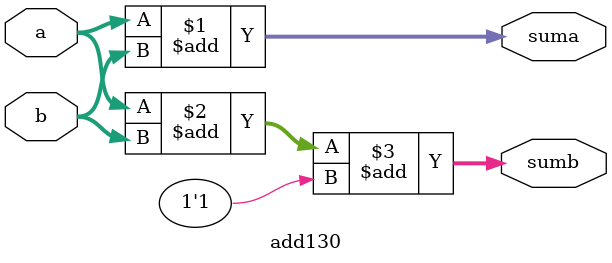
<source format=v>
`timescale 1ns / 1ps

module mpadderA (
  input wire clk,
  input wire [1025:0] in_a,         //1026bits
  input wire [1025:0] in_b,         //1026bits
  output wire [1026:0] result       //1027bits
);   
    
    wire [1025:0] MuxB = in_b;
    wire [1026:0] Sum;
    
    
    wire [1026:0] sumA;
    wire [1026:128] sumB;
    
    wire [6:0] carryA;
    wire [6:1] carryB;
    
    wire carry1;
    wire carry2;
    wire carry3;
    wire carry4;
    wire carry5;
    wire carry6;
    wire carry7;
    
  assign {carryA[0],sumA[127:0]} = in_a[127:0] + MuxB[127:0];   
  //assign {carryB[0],sumB[63:0]} = 65'b0;
    add128 A2(in_a[255:128], MuxB[255:128],sumA[255:128], carryA[1], sumB[255:128], carryB[1]);
    add128 A3(in_a[383:256], MuxB[383:256],sumA[383:256], carryA[2], sumB[383:256], carryB[2]);
    add128 A4(in_a[511:384], MuxB[511:384],sumA[511:384], carryA[3], sumB[511:384], carryB[3]);
    add128 A5(in_a[639:512], MuxB[639:512],sumA[639:512], carryA[4], sumB[639:512], carryB[4]);
    add128 A6(in_a[767:640], MuxB[767:640],sumA[767:640], carryA[5], sumB[767:640], carryB[5]);
    add128 A7(in_a[895:768], MuxB[895:768],sumA[895:768], carryA[6], sumB[895:768], carryB[6]);
    add130 A8(in_a[1025:896], MuxB[1025:896],sumA[1026:896], sumB[1026:896]);
  

    


  reg [1026:0] regA;
  reg [1026:128] regB;
  reg [6:0] regcA;
  reg [6:1] regcB;
  always @(posedge clk) 
  begin
    regA <= sumA;
    regB <= sumB;
    regcA <= carryA;
    regcB <= carryB;
  end  
  
    assign carry1 = regcA[0];
    assign carry2 = carry1? regcB[1]: regcA[1];
    assign carry3 = carry2? regcB[2]: regcA[2];
    assign carry4 = carry3? regcB[3]: regcA[3];
    assign carry5 = carry4? regcB[4]: regcA[4];
    assign carry6 = carry5? regcB[5]: regcA[5];
    assign carry7 = carry6? regcB[6]: regcA[6];

  
    assign Sum[127:0] = regA[127:0];
    assign Sum[255:128] = carry1? regB[255:128]: regA[255:128];
    assign Sum[383:256] = carry2? regB[383:256]: regA[383:256];
    assign Sum[511:384] = carry3? regB[511:384]: regA[511:384];
    assign Sum[639:512] = carry4? regB[639:512]: regA[639:512];
    assign Sum[767:640] = carry5? regB[767:640]: regA[767:640];
    assign Sum[895:768] = carry6? regB[895:768]: regA[895:768];
    assign Sum[1026:896] = carry7? regB[1026:896]: regA[1026:896];
  

  assign result = Sum;

endmodule

module add128(
    input wire [127:0] a,
    input wire [127:0] b,
    output wire [127:0] suma,
    output wire carrya,
    output wire [127:0] sumb,
    output wire carryb
    );
    
    assign {carrya, suma} = a+b;
    assign {carryb, sumb} = a+b+1'b1;
    
    
endmodule

module add130(
    input wire [129:0] a,
    input wire [129:0] b,
    output wire [130:0] suma,
    output wire [130:0] sumb
    );
    
    assign suma= a+b;
    assign sumb = a+b+1'b1;
    
    
endmodule

</source>
